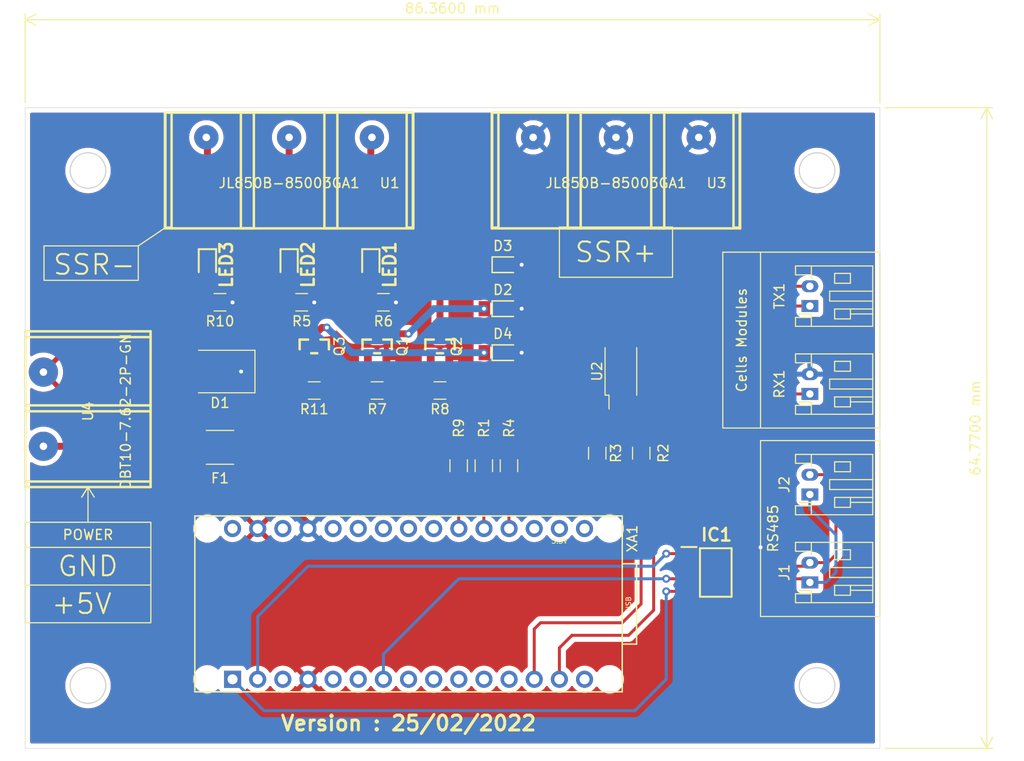
<source format=kicad_pcb>
(kicad_pcb (version 20211014) (generator pcbnew)
  (layers (0 "F.Cu" signal) (31 "B.Cu" signal) (34 "B.Paste" user) (35 "F.Paste" user) (36 "B.SilkS" user "B.Silkscreen") (37 "F.SilkS" user "F.Silkscreen") (38 "B.Mask" user) (39 "F.Mask" user) (44 "Edge.Cuts" user))
  (net 0 "")
  (net 1 "R1+")
  (net 2 "GND")
  (net 3 "R2-")
  (net 4 "R1-")
  (net 5 "R3-")
  (net 6 "Net-(F1-Pad2)")
  (net 7 "RS485_RX")
  (net 8 "RS485_EN")
  (net 9 "RS485_TX")
  (net 10 "Net-(IC1-Pad6)")
  (net 11 "Net-(IC1-Pad7)")
  (net 12 "Net-(LED1-Pad2)")
  (net 13 "Net-(LED2-Pad2)")
  (net 14 "Net-(LED3-Pad2)")
  (net 15 "Net-(Q1-Pad1)")
  (net 16 "Net-(Q2-Pad1)")
  (net 17 "Net-(Q3-Pad1)")
  (net 18 "Relay2")
  (net 19 "Net-(R2-Pad2)")
  (net 20 "Net-(R3-Pad1)")
  (net 21 "Net-(R3-Pad2)")
  (net 22 "Relay1")
  (net 23 "Relay3")
  (net 24 "Net-(TX1-Pad1)")
  (net 25 "Net-(TX1-Pad2)")
  (footprint "ModuleV440:resistor" (layer "F.Cu") (at 198.12 85.725 90)
    (fp_text reference "R2" (at 0 2.25 90 unlocked) (layer "F.SilkS"))
    (fp_text value "2K2")
    (pad "1" smd rect (at 1.35 0.015 270) (size 1.5 1.3) (layers "F.Cu" "F.Paste" "F.Mask") (net 2 "GND"))
    (pad "2" smd rect (at -1.35 0.015 270) (size 1.5 1.3) (layers "F.Cu" "F.Paste" "F.Mask") (net 19 "Net-(R2-Pad2)"))
  )
  (footprint "ModuleV440:resistor" (layer "F.Cu") (at 165.1 79.375)
    (fp_text reference "R11" (at 0 1.905 unlocked) (layer "F.SilkS"))
    (fp_text value "10K")
    (pad "1" smd rect (at 1.35 0.015 180) (size 1.5 1.3) (layers "F.Cu" "F.Paste" "F.Mask") (net 2 "GND"))
    (pad "2" smd rect (at -1.35 0.015 180) (size 1.5 1.3) (layers "F.Cu" "F.Paste" "F.Mask") (net 17 "Net-(Q3-Pad1)"))
  )
  (footprint "librarie2:LL4148" (layer "F.Cu") (at 184.15 71.12)
    (fp_text reference "D2" (at 0 -1.905) (layer "F.SilkS"))
    (fp_text value "LL4148")
    (pad "1" smd rect (at 1.8625 0) (size 1.16635 1.54135) (layers "F.Cu" "F.Paste" "F.Mask") (net 1 "R1+"))
    (pad "2" smd rect (at -1.8625 0) (size 1.16635 1.54135) (layers "F.Cu" "F.Paste" "F.Mask") (net 3 "R2-"))
  )
  (footprint "librarie:JL850B-85003GA1" (layer "F.Cu") (at 195.58 53.798625)
    (fp_text reference "U3" (at 10.16 4.621375) (layer "F.SilkS"))
    (fp_text value "JL850B-85003GA1" (at 0 4.621375) (layer "F.SilkS"))
    (pad "1" thru_hole circle locked (at -8.365 0) (size 2.460625 2.460625) (drill 0.762) (layers *.Cu *.Mask) (net 1 "R1+"))
    (pad "2" thru_hole circle locked (at 0 0) (size 2.460625 2.460625) (drill 0.762) (layers *.Cu *.Mask) (net 1 "R1+"))
    (pad "3" thru_hole circle locked (at 8.3675 0) (size 2.460625 2.460625) (drill 0.762) (layers *.Cu *.Mask) (net 1 "R1+"))
  )
  (footprint "ModuleV440:resistor" (layer "F.Cu") (at 184.785 86.995 -90)
    (fp_text reference "R4" (at -3.81 0 90 unlocked) (layer "F.SilkS"))
    (fp_text value "220R")
    (pad "1" smd rect (at 1.35 0.015 90) (size 1.5 1.3) (layers "F.Cu" "F.Paste" "F.Mask") (net 22 "Relay1"))
    (pad "2" smd rect (at -1.35 0.015 90) (size 1.5 1.3) (layers "F.Cu" "F.Paste" "F.Mask") (net 16 "Net-(Q2-Pad1)"))
  )
  (footprint "ModuleV440:resistor" (layer "F.Cu") (at 155.575 70.485 180)
    (fp_text reference "R10" (at 0 -1.905 unlocked) (layer "F.SilkS"))
    (fp_text value "560")
    (pad "1" smd rect (at 1.35 0.015) (size 1.5 1.3) (layers "F.Cu" "F.Paste" "F.Mask") (net 14 "Net-(LED3-Pad2)"))
    (pad "2" smd rect (at -1.35 0.015) (size 1.5 1.3) (layers "F.Cu" "F.Paste" "F.Mask") (net 1 "R1+"))
  )
  (footprint "librarie2:19-213_Y2C-CQ2R2L_3T(CY)" (layer "F.Cu") (at 162.56 66.675 -90)
    (fp_text reference "LED2" (at 0 -1.905 90) (layer "F.SilkS") (effects (font (size 1.27 1.27) (thickness 0.254))))
    (fp_text value "19-213_Y2C-CQ2R2L_3T_CY_" hide)
    (pad "1" smd rect (at -0.75 0) (size 0.95 1.05) (layers "F.Cu" "F.Paste" "F.Mask") (net 3 "R2-"))
    (pad "2" smd rect (at 0.75 0) (size 0.95 1.05) (layers "F.Cu" "F.Paste" "F.Mask") (net 13 "Net-(LED2-Pad2)"))
  )
  (footprint "ModuleV440:resistor" (layer "F.Cu") (at 177.8 79.375)
    (fp_text reference "R8" (at 0 1.905 unlocked) (layer "F.SilkS"))
    (fp_text value "10K")
    (pad "1" smd rect (at 1.35 0.015 180) (size 1.5 1.3) (layers "F.Cu" "F.Paste" "F.Mask") (net 2 "GND"))
    (pad "2" smd rect (at -1.35 0.015 180) (size 1.5 1.3) (layers "F.Cu" "F.Paste" "F.Mask") (net 16 "Net-(Q2-Pad1)"))
  )
  (footprint "ModuleV440:resistor" (layer "F.Cu") (at 163.83 70.485 180)
    (fp_text reference "R5" (at 0 -1.905 unlocked) (layer "F.SilkS"))
    (fp_text value "560")
    (pad "1" smd rect (at 1.35 0.015) (size 1.5 1.3) (layers "F.Cu" "F.Paste" "F.Mask") (net 13 "Net-(LED2-Pad2)"))
    (pad "2" smd rect (at -1.35 0.015) (size 1.5 1.3) (layers "F.Cu" "F.Paste" "F.Mask") (net 1 "R1+"))
  )
  (footprint "ModuleV440:resistor" (layer "F.Cu") (at 171.45 79.375)
    (fp_text reference "R7" (at 0 1.905 unlocked) (layer "F.SilkS"))
    (fp_text value "10K")
    (pad "1" smd rect (at 1.35 0.015 180) (size 1.5 1.3) (layers "F.Cu" "F.Paste" "F.Mask") (net 2 "GND"))
    (pad "2" smd rect (at -1.35 0.015 180) (size 1.5 1.3) (layers "F.Cu" "F.Paste" "F.Mask") (net 15 "Net-(Q1-Pad1)"))
  )
  (footprint "ModuleV440:resistor" (layer "F.Cu") (at 179.705 86.995 -90)
    (fp_text reference "R9" (at -3.81 0 90 unlocked) (layer "F.SilkS"))
    (fp_text value "220R")
    (pad "1" smd rect (at 1.35 0.015 90) (size 1.5 1.3) (layers "F.Cu" "F.Paste" "F.Mask") (net 23 "Relay3"))
    (pad "2" smd rect (at -1.35 0.015 90) (size 1.5 1.3) (layers "F.Cu" "F.Paste" "F.Mask") (net 17 "Net-(Q3-Pad1)"))
  )
  (footprint "ModuleV440:jst" (layer "F.Cu") (at 217.17 88.9 90)
    (fp_text reference "J2" (at 0 -4.572 90 unlocked) (layer "F.SilkS"))
    (fp_text value "Transmit")
    (pad "1" thru_hole rect (at -1 -2 90) (size 1.2 1.7) (drill 0.75) (layers *.Cu *.Mask) (net 10 "Net-(IC1-Pad6)"))
    (pad "2" thru_hole oval (at 1 -2 90) (size 1.2 1.7) (drill 0.75) (layers *.Cu *.Mask) (net 11 "Net-(IC1-Pad7)"))
  )
  (footprint "librarie:JL850B-85003GA1" (layer "F.Cu") (at 162.56 53.798625)
    (fp_text reference "U1" (at 10.16 4.621375) (layer "F.SilkS"))
    (fp_text value "JL850B-85003GA1" (at 0 4.621375) (layer "F.SilkS"))
    (pad "1" thru_hole circle (at -8.365 0) (size 2.460625 2.460625) (drill 0.762) (layers *.Cu *.Mask) (net 5 "R3-"))
    (pad "2" thru_hole circle (at 0 0) (size 2.460625 2.460625) (drill 0.762) (layers *.Cu *.Mask) (net 3 "R2-"))
    (pad "3" thru_hole circle (at 8.3675 0) (size 2.460625 2.460625) (drill 0.762) (layers *.Cu *.Mask) (net 4 "R1-"))
  )
  (footprint "librarie2:LL4148" (layer "F.Cu") (at 184.15 66.675)
    (fp_text reference "D3" (at 0 -1.905) (layer "F.SilkS"))
    (fp_text value "LL4148")
    (pad "1" smd rect (at 1.8625 0) (size 1.16635 1.54135) (layers "F.Cu" "F.Paste" "F.Mask") (net 1 "R1+"))
    (pad "2" smd rect (at -1.8625 0) (size 1.16635 1.54135) (layers "F.Cu" "F.Paste" "F.Mask") (net 4 "R1-"))
  )
  (footprint "ModuleV440:jst" (layer "F.Cu") (at 217.17 69.85 90)
    (fp_text reference "TX1" (at 0 -5.08 90 unlocked) (layer "F.SilkS"))
    (fp_text value "Transmit")
    (pad "1" thru_hole rect (at -1 -2 90) (size 1.2 1.7) (drill 0.75) (layers *.Cu *.Mask) (net 24 "Net-(TX1-Pad1)"))
    (pad "2" thru_hole oval (at 1 -2 90) (size 1.2 1.7) (drill 0.75) (layers *.Cu *.Mask) (net 25 "Net-(TX1-Pad2)"))
  )
  (footprint "ModuleV440:fuse" (layer "F.Cu") (at 155.575 85.09)
    (fp_text reference "F1" (at 0 3.175 unlocked) (layer "F.SilkS"))
    (fp_text value "mSMD150" hide)
    (pad "1" smd roundrect (at 2.1375 0.045 180) (size 1.125 3.4) (layers "F.Cu" "F.Paste" "F.Mask") (roundrect_rratio 0.2222222222) (net 1 "R1+"))
    (pad "2" smd roundrect (at -2.1375 0.045 180) (size 1.125 3.4) (layers "F.Cu" "F.Paste" "F.Mask") (roundrect_rratio 0.2222222222) (net 6 "Net-(F1-Pad2)"))
  )
  (footprint "librarie:SN75176BDR" (layer "F.Cu") (at 205.74 97.79)
    (fp_text reference "IC1" (at 0 -3.81) (layer "F.SilkS") (effects (font (size 1.27 1.27) (thickness 0.254))))
    (fp_text value "SN75176BDR" hide)
    (pad "1" smd rect (at -2.785 -1.905 90) (size 0.65 1.528) (layers "F.Cu" "F.Paste" "F.Mask") (net 7 "RS485_RX"))
    (pad "2" smd rect (at -2.785 -0.635 90) (size 0.65 1.528) (layers "F.Cu" "F.Paste" "F.Mask") (net 8 "RS485_EN"))
    (pad "3" smd rect (at -2.785 0.635 90) (size 0.65 1.528) (layers "F.Cu" "F.Paste" "F.Mask") (net 8 "RS485_EN"))
    (pad "4" smd rect (at -2.785 1.905 90) (size 0.65 1.528) (layers "F.Cu" "F.Paste" "F.Mask") (net 9 "RS485_TX"))
    (pad "5" smd rect (at 2.637 1.905 90) (size 0.65 1.528) (layers "F.Cu" "F.Paste" "F.Mask") (net 2 "GND"))
    (pad "6" smd rect (at 2.637 0.635 90) (size 0.65 1.528) (layers "F.Cu" "F.Paste" "F.Mask") (net 10 "Net-(IC1-Pad6)"))
    (pad "7" smd rect (at 2.637 -0.635 90) (size 0.65 1.528) (layers "F.Cu" "F.Paste" "F.Mask") (net 11 "Net-(IC1-Pad7)"))
    (pad "8" smd rect (at 2.637 -1.905 90) (size 0.65 1.528) (layers "F.Cu" "F.Paste" "F.Mask") (net 1 "R1+"))
  )
  (footprint "librarie2:19-213_Y2C-CQ2R2L_3T(CY)" (layer "F.Cu") (at 170.815 66.675 -90)
    (fp_text reference "LED1" (at 0 -1.905 90) (layer "F.SilkS") (effects (font (size 1.27 1.27) (thickness 0.254))))
    (fp_text value "19-213_Y2C-CQ2R2L_3T_CY_" hide)
    (pad "1" smd rect (at -0.75 0) (size 0.95 1.05) (layers "F.Cu" "F.Paste" "F.Mask") (net 4 "R1-"))
    (pad "2" smd rect (at 0.75 0) (size 0.95 1.05) (layers "F.Cu" "F.Paste" "F.Mask") (net 12 "Net-(LED1-Pad2)"))
  )
  (footprint "ModuleV440:diodeSMB" (layer "F.Cu") (at 155.575 77.47)
    (fp_text reference "D1" (at 0 3.175 unlocked) (layer "F.SilkS"))
    (fp_text value "SMBJ5.0A" hide)
    (pad "1" smd rect (at 2.13556 0.00102 180) (size 2.5 2.3) (layers "F.Cu" "F.Paste" "F.Mask") (net 1 "R1+"))
    (pad "2" smd rect (at -2.16444 0.00102 180) (size 2.5 2.3) (layers "F.Cu" "F.Paste" "F.Mask") (net 2 "GND"))
  )
  (footprint "ModuleV440:resistor" (layer "F.Cu") (at 182.245 86.995 -90)
    (fp_text reference "R1" (at -3.81 0 90 unlocked) (layer "F.SilkS"))
    (fp_text value "220R" hide)
    (pad "1" smd rect (at 1.35 0.015 90) (size 1.5 1.3) (layers "F.Cu" "F.Paste" "F.Mask") (net 18 "Relay2"))
    (pad "2" smd rect (at -1.35 0.015 90) (size 1.5 1.3) (layers "F.Cu" "F.Paste" "F.Mask") (net 15 "Net-(Q1-Pad1)"))
  )
  (footprint "ModuleV440:jst" (layer "F.Cu") (at 217.17 78.74 90)
    (fp_text reference "RX1" (at 0 -5.08 90 unlocked) (layer "F.SilkS"))
    (fp_text value "Receive")
    (pad "1" thru_hole rect (at -1 -2 90) (size 1.2 1.7) (drill 0.75) (layers *.Cu *.Mask) (net 19 "Net-(R2-Pad2)"))
    (pad "2" thru_hole oval (at 1 -2 90) (size 1.2 1.7) (drill 0.75) (layers *.Cu *.Mask) (net 1 "R1+"))
  )
  (footprint "ModuleV440:resistor" (layer "F.Cu") (at 172.085 70.485 180)
    (fp_text reference "R6" (at 0 -1.905 unlocked) (layer "F.SilkS"))
    (fp_text value "560")
    (pad "1" smd rect (at 1.35 0.015) (size 1.5 1.3) (layers "F.Cu" "F.Paste" "F.Mask") (net 12 "Net-(LED1-Pad2)"))
    (pad "2" smd rect (at -1.35 0.015) (size 1.5 1.3) (layers "F.Cu" "F.Paste" "F.Mask") (net 1 "R1+"))
  )
  (footprint "ModuleV440:jst" (layer "F.Cu") (at 217.17 97.79 90)
    (fp_text reference "J1" (at 0 -4.572 90 unlocked) (layer "F.SilkS"))
    (fp_text value "Transmit")
    (pad "1" thru_hole rect (at -1 -2 90) (size 1.2 1.7) (drill 0.75) (layers *.Cu *.Mask) (net 10 "Net-(IC1-Pad6)"))
    (pad "2" thru_hole oval (at 1 -2 90) (size 1.2 1.7) (drill 0.75) (layers *.Cu *.Mask) (net 11 "Net-(IC1-Pad7)"))
  )
  (footprint "librarie:DBT10-7.62-2P-GN" (layer "F.Cu") (at 137.737 81.28 90)
    (fp_text reference "U4" (at -0.2115 4.503 90) (layer "F.SilkS"))
    (fp_text value "DBT10-7.62-2P-GN" (at -0.2115 8.313 90) (layer "F.SilkS"))
    (pad "1" thru_hole circle locked (at -3.75 0 90) (size 2.95275 2.95275) (drill 0.762) (layers *.Cu *.Mask) (net 6 "Net-(F1-Pad2)"))
    (pad "2" thru_hole circle locked (at 3.75 0 90) (size 2.95275 2.95275) (drill 0.762) (layers *.Cu *.Mask) (net 2 "GND"))
  )
  (footprint "librarie2:AO3400A" (layer "F.Cu") (at 171.45 74.93 -90)
    (fp_text reference "Q1" (at 0 -2.54 90) (layer "F.SilkS"))
    (fp_text value "AO3400A")
    (pad "1" smd rect locked (at 1.1311 0.93495 270) (size 0.98425 0.7874) (layers "F.Cu" "F.Paste" "F.Mask") (net 15 "Net-(Q1-Pad1)"))
    (pad "2" smd rect locked (at 1.1311 -0.93505 270) (size 0.98425 0.7874) (layers "F.Cu" "F.Paste" "F.Mask") (net 2 "GND"))
    (pad "3" smd rect locked (at -1.1314 -0.00005 270) (size 0.98425 0.7874) (layers "F.Cu" "F.Paste" "F.Mask") (net 3 "R2-"))
  )
  (footprint "ModuleV440:resistor" (layer "F.Cu") (at 193.675 85.725 90)
    (fp_text reference "R3" (at 0 1.905 90 unlocked) (layer "F.SilkS"))
    (fp_text value "220R")
    (pad "1" smd rect (at 1.35 0.015 270) (size 1.5 1.3) (layers "F.Cu" "F.Paste" "F.Mask") (net 20 "Net-(R3-Pad1)"))
    (pad "2" smd rect (at -1.35 0.015 270) (size 1.5 1.3) (layers "F.Cu" "F.Paste" "F.Mask") (net 21 "Net-(R3-Pad2)"))
  )
  (footprint "arduino_nano:arduino_nano" (layer "F.Cu") (at 196.215 100.965 90)
    (fp_text reference "XA1" (at 6.604 1.016 90) (layer "F.SilkS"))
    (fp_text value "Arduino_Nano_Socket")
    (fp_text user "3.3V" (at 6.35 -6.35) (layer "F.SilkS") (effects (font (size 0.5 0.5) (thickness 0.075))))
    (fp_text user "USB" (at 0 0.635 90) (layer "F.SilkS") (effects (font (size 0.5 0.5) (thickness 0.075))))
    (pad "" np_thru_hole circle locked (at -7.62 -41.91 90) (size 1.85 1.85) (drill 1.85) (layers *.Cu *.Mask))
    (pad "" np_thru_hole circle locked (at 7.62 -1.27 90) (size 1.85 1.85) (drill 1.85) (layers *.Cu *.Mask))
    (pad "" np_thru_hole circle locked (at 7.62 -41.91 90) (size 1.85 1.85) (drill 1.85) (layers *.Cu *.Mask))
    (pad "" np_thru_hole circle locked (at -7.62 -1.27 90) (size 1.85 1.85) (drill 1.85) (layers *.Cu *.Mask))
    (pad "3V3" thru_hole circle locked (at 7.62 -6.35 90) (size 1.7272 1.7272) (drill 1.016) (layers *.Cu *.Mask))
    (pad "5V" thru_hole circle locked (at 7.62 -31.75 90) (size 1.7272 1.7272) (drill 1.016) (layers *.Cu *.Mask) (net 1 "R1+"))
    (pad "A0" thru_hole circle locked (at 7.62 -11.43 90) (size 1.7272 1.7272) (drill 1.016) (layers *.Cu *.Mask) (net 22 "Relay1"))
    (pad "A1" thru_hole circle locked (at 7.62 -13.97 90) (size 1.7272 1.7272) (drill 1.016) (layers *.Cu *.Mask) (net 18 "Relay2"))
    (pad "A2" thru_hole circle locked (at 7.62 -16.51 90) (size 1.7272 1.7272) (drill 1.016) (layers *.Cu *.Mask) (net 23 "Relay3"))
    (pad "A3" thru_hole circle locked (at 7.62 -19.05 90) (size 1.7272 1.7272) (drill 1.016) (layers *.Cu *.Mask))
    (pad "A4" thru_hole circle locked (at 7.62 -21.59 90) (size 1.7272 1.7272) (drill 1.016) (layers *.Cu *.Mask))
    (pad "A5" thru_hole circle locked (at 7.62 -24.13 90) (size 1.7272 1.7272) (drill 1.016) (layers *.Cu *.Mask))
    (pad "A6" thru_hole circle locked (at 7.62 -26.67 90) (size 1.7272 1.7272) (drill 1.016) (layers *.Cu *.Mask))
    (pad "A7" thru_hole circle locked (at 7.62 -29.21 90) (size 1.7272 1.7272) (drill 1.016) (layers *.Cu *.Mask))
    (pad "AREF" thru_hole circle locked (at 7.62 -8.89 90) (size 1.7272 1.7272) (drill 1.016) (layers *.Cu *.Mask))
    (pad "D0" thru_hole circle locked (at -7.62 -36.83 90) (size 1.7272 1.7272) (drill 1.016) (layers *.Cu *.Mask) (net 7 "RS485_RX"))
    (pad "D1" thru_hole rect locked (at -7.62 -39.37 90) (size 1.7272 1.7272) (drill 1.016) (layers *.Cu *.Mask) (net 9 "RS485_TX"))
    (pad "D2" thru_hole circle locked (at -7.62 -29.21 90) (size 1.7272 1.7272) (drill 1.016) (layers *.Cu *.Mask))
    (pad "D3" thru_hole circle locked (at -7.62 -26.67 90) (size 1.7272 1.7272) (drill 1.016) (layers *.Cu *.Mask))
    (pad "D4" thru_hole circle locked (at -7.62 -24.13 90) (size 1.7272 1.7272) (drill 1.016) (layers *.Cu *.Mask) (net 8 "RS485_EN"))
    (pad "D5" thru_hole circle locked (at -7.62 -21.59 90) (size 1.7272 1.7272) (drill 1.016) (layers *.Cu *.Mask))
    (pad "D6" thru_hole circle locked (at -7.62 -19.05 90) (size 1.7272 1.7272) (drill 1.016) (layers *.Cu *.Mask))
    (pad "D7" thru_hole circle locked (at -7.62 -16.51 90) (size 1.7272 1.7272) (drill 1.016) (layers *.Cu *.Mask))
    (pad "D8" thru_hole circle locked (at -7.62 -13.97 90) (size 1.7272 1.7272) (drill 1.016) (layers *.Cu *.Mask))
    (pad "D9" thru_hole circle locked (at -7.62 -11.43 90) (size 1.7272 1.7272) (drill 1.016) (layers *.Cu *.Mask))
    (pad "D10" thru_hole circle locked (at -7.62 -8.89 90) (size 1.7272 1.7272) (drill 1.016) (layers *.Cu *.Mask) (net 21 "Net-(R3-Pad2)"))
    (pad "D11" thru_hole circle locked (at -7.62 -6.35 90) (size 1.7272 1.7272) (drill 1.016) (layers *.Cu *.Mask) (net 19 "Net-(R2-Pad2)"))
    (pad "D12" thru_hole circle locked (at -7.62 -3.81 90) (size 1.7272 1.7272) (drill 1.016) (layers *.Cu *.Mask))
    (pad "D13" thru_hole circle locked (at 7.62 -3.81 90) (size 1.7272 1.7272) (drill 1.016) (layers *.Cu *.Mask))
    (pad "GND1" thru_hole circle locked (at -7.62 -31.75 90) (size 1.7272 1.7272) (drill 1.016) (layers *.Cu *.Mask) (net 2 "GND"))
    (pad "GND2" thru_hole circle locked (at 7.62 -36.83 90) (size 1.7272 1.7272) (drill 1.016) (layers *.Cu *.Mask) (net 2 "GND"))
    (pad "RST1" thru_hole circle locked (at -7.62 -34.29 90) (size 1.7272 1.7272) (drill 1.016) (layers *.Cu *.Mask))
    (pad "RST2" thru_hole circle locked (at 7.62 -34.29 90) (size 1.7272 1.7272) (drill 1.016) (layers *.Cu *.Mask))
    (pad "VIN" thru_hole circle locked (at 7.62 -39.37 90) (size 1.7272 1.7272) (drill 1.016) (layers *.Cu *.Mask))
  )
  (footprint "librarie2:AO3400A" (layer "F.Cu") (at 165.1 74.93 -90)
    (fp_text reference "Q3" (at 0 -2.54 90) (layer "F.SilkS"))
    (fp_text value "AO3400A" hide)
    (pad "1" smd rect locked (at 1.1311 0.93495 270) (size 0.98425 0.7874) (layers "F.Cu" "F.Paste" "F.Mask") (net 17 "Net-(Q3-Pad1)"))
    (pad "2" smd rect locked (at 1.1311 -0.93505 270) (size 0.98425 0.7874) (layers "F.Cu" "F.Paste" "F.Mask") (net 2 "GND"))
    (pad "3" smd rect locked (at -1.1314 -0.00005 270) (size 0.98425 0.7874) (layers "F.Cu" "F.Paste" "F.Mask") (net 5 "R3-"))
  )
  (footprint "librarie2:LL4148" (layer "F.Cu") (at 184.15 75.565)
    (fp_text reference "D4" (at 0 -1.905) (layer "F.SilkS"))
    (fp_text value "LL4148")
    (pad "1" smd rect (at 1.8625 0) (size 1.16635 1.54135) (layers "F.Cu" "F.Paste" "F.Mask") (net 1 "R1+"))
    (pad "2" smd rect (at -1.8625 0) (size 1.16635 1.54135) (layers "F.Cu" "F.Paste" "F.Mask") (net 5 "R3-"))
  )
  (footprint "librarie2:19-213_Y2C-CQ2R2L_3T(CY)" (layer "F.Cu") (at 154.305 66.675 -90)
    (fp_text reference "LED3" (at 0 -1.905 90) (layer "F.SilkS") (effects (font (size 1.27 1.27) (thickness 0.254))))
    (fp_text value "19-213_Y2C-CQ2R2L_3T_CY_" hide)
    (pad "1" smd rect (at -0.75 0) (size 0.95 1.05) (layers "F.Cu" "F.Paste" "F.Mask") (net 5 "R3-"))
    (pad "2" smd rect (at 0.75 0) (size 0.95 1.05) (layers "F.Cu" "F.Paste" "F.Mask") (net 14 "Net-(LED3-Pad2)"))
  )
  (footprint "ModuleV440:opto" (layer "F.Cu") (at 196.2075 77.46 90)
    (fp_text reference "U2" (at 0 -2.54 90 unlocked) (layer "F.SilkS"))
    (fp_text value "EL3H7(B)(TA)-G")
    (pad "1" smd rect (at -3.15 -0.78 90) (size 1.3 0.8) (layers "F.Cu" "F.Paste" "F.Mask") (net 20 "Net-(R3-Pad1)"))
    (pad "2" smd rect (at -3.15 0.5 90) (size 1.3 0.8) (layers "F.Cu" "F.Paste" "F.Mask") (net 2 "GND"))
    (pad "3" smd rect (at 3.15 0.5 90) (size 1.3 0.8) (layers "F.Cu" "F.Paste" "F.Mask") (net 24 "Net-(TX1-Pad1)"))
    (pad "4" smd rect (at 3.15 -0.78 90) (size 1.3 0.8) (layers "F.Cu" "F.Paste" "F.Mask") (net 25 "Net-(TX1-Pad2)"))
  )
  (footprint "librarie2:AO3400A" (layer "F.Cu") (at 177.8 74.93 -90)
    (fp_text reference "Q2" (at 0 -1.68 90) (layer "F.SilkS"))
    (fp_text value "AO3400A")
    (pad "1" smd rect locked (at 1.1311 0.93495 270) (size 0.98425 0.7874) (layers "F.Cu" "F.Paste" "F.Mask") (net 16 "Net-(Q2-Pad1)"))
    (pad "2" smd rect locked (at 1.1311 -0.93505 270) (size 0.98425 0.7874) (layers "F.Cu" "F.Paste" "F.Mask") (net 2 "GND"))
    (pad "3" smd rect locked (at -1.1314 -0.00005 270) (size 0.98425 0.7874) (layers "F.Cu" "F.Paste" "F.Mask") (net 4 "R1-"))
  )
  (gr_line (start 148.59 95.25) (end 135.89 95.25) (layer "F.SilkS") (width 0.12))
  (gr_line (start 210.185 65.405) (end 210.185 83.185) (layer "F.SilkS") (width 0.12))
  (gr_rect (start 222.25 84.455) (end 210.185 102.235) (layer "F.SilkS") (width 0.12) (fill none))
  (gr_rect (start 222.25 65.405) (end 206.375 83.185) (layer "F.SilkS") (width 0.12) (fill none))
  (gr_line (start 142.24 89.154) (end 142.24 92.71) (layer "F.SilkS") (width 0.12))
  (gr_line (start 142.24 89.154) (end 142.875 90.17) (layer "F.SilkS") (width 0.12))
  (gr_line (start 142.24 89.154) (end 141.605 90.17) (layer "F.SilkS") (width 0.12))
  (gr_line (start 148.59 99.06) (end 135.89 99.06) (layer "F.SilkS") (width 0.12))
  (gr_rect (start 137.795 64.77) (end 147.32 68.25) (layer "F.SilkS") (width 0.12) (fill none))
  (gr_line (start 147.32 64.77) (end 150.06 62.923625) (layer "F.SilkS") (width 0.12))
  (gr_line (start 141.605 90.17) (end 142.24 89.154) (layer "F.SilkS") (width 0.12))
  (gr_rect (start 135.89 92.71) (end 148.59 102.87) (layer "F.SilkS") (width 0.12) (fill none))
  (gr_rect (start 189.865 62.865) (end 201.295 67.945) (layer "F.SilkS") (width 0.12) (fill none))
  (gr_circle (center 142.24 57.15) (end 144.036051 57.15) (layer "Edge.Cuts") (width 0.12) (fill none))
  (gr_rect (start 135.89 50.8) (end 222.25 115.57) (layer "Edge.Cuts") (width 0.05) (fill none))
  (gr_circle (center 215.9 109.22) (end 217.696051 109.22) (layer "Edge.Cuts") (width 0.12) (fill none))
  (gr_circle (center 142.24 109.22) (end 144.036051 109.22) (layer "Edge.Cuts") (width 0.12) (fill none))
  (gr_circle (center 215.9 57.15) (end 217.696051 57.15) (layer "Edge.Cuts") (width 0.12) (fill none))
  (gr_text "POWER" (at 142.24 93.98) (layer "F.SilkS") (effects (font (size 1 1))))
  (gr_text "SSR+" (at 195.58 65.405) (layer "F.SilkS") (effects (font (size 2 2) (thickness 0.2))))
  (gr_text "Version : 25/02/2022" (at 174.625 113.03) (layer "F.SilkS") (effects (font (size 1.5 1.5) (thickness 0.3))))
  (gr_text "+5V" (at 141.605 100.965) (layer "F.SilkS") (effects (font (size 2 2) (thickness 0.2))))
  (gr_text "Cells Modules" (at 208.28 74.295 90) (layer "F.SilkS") (effects (font (size 1 1))))
  (gr_text "GND" (at 142.24 97.155) (layer "F.SilkS") (effects (font (size 2 2) (thickness 0.2))))
  (gr_text "RS485" (at 211.455 93.345 90) (layer "F.SilkS") (effects (font (size 1 1))))
  (gr_text "SSR-\n" (at 142.875 66.675) (layer "F.SilkS") (effects (font (size 2 2) (thickness 0.2))))
  (dimension (type aligned) (layer "F.SilkS") (pts (xy 135.89 50.8) (xy 222.25 50.8)) (height -8.89) (gr_text "86,3600 mm" (at 179.07 40.76) (layer "F.SilkS") (effects (font (size 1 1) (thickness 0.15)))) (format (units 3) (units_format 1) (precision 4)) (style (thickness 0.12) (arrow_length 1.27) (text_position_mode 0) (extension_height 0.58642) (extension_offset 0.5) keep_text_aligned))
  (dimension (type aligned) (layer "F.SilkS") (pts (xy 222.25 50.8) (xy 222.25 115.57)) (height -10.795) (gr_text "64,7700 mm" (at 231.895 83.185 90) (layer "F.SilkS") (effects (font (size 1 1) (thickness 0.15)))) (format (units 3) (units_format 1) (precision 4)) (style (thickness 0.12) (arrow_length 1.27) (text_position_mode 0) (extension_height 0.58642) (extension_offset 0.5) keep_text_aligned))
  (segment (start 164.973 93.345) (end 157.7125 86.0845) (width 0.7) (layer "F.Cu") (net 1))
  (segment (start 157.7125 86.0845) (end 157.7125 85.135) (width 0.7) (layer "F.Cu") (net 1))
  (segment (start 208.377 95.885) (end 209.55 95.885) (width 0.3) (layer "F.Cu") (net 1))
  (segment (start 157.71056 77.47102) (end 157.71056 85.13306) (width 0.7) (layer "F.Cu") (net 1))
  (segment (start 157.71056 85.13306) (end 157.7125 85.135) (width 0.7) (layer "F.Cu") (net 1))
  (segment (start 209.55 95.885) (end 210.185 95.25) (width 0.3) (layer "F.Cu") (net 1))
  (via (at 156.845 70.485) (size 0.8) (drill 0.4) (layers "F.Cu" "B.Cu") (net 1))
  (via (at 165.1 70.485) (size 0.8) (drill 0.4) (layers "F.Cu" "B.Cu") (net 1))
  (via (at 157.71056 77.47102) (size 0.8) (drill 0.4) (layers "F.Cu" "B.Cu") (net 1))
  (via (at 173.355 70.485) (size 0.8) (drill 0.4) (layers "F.Cu" "B.Cu") (net 1))
  (via (at 186.055 75.565) (size 0.8) (drill 0.4) (layers "F.Cu" "B.Cu") (net 1))
  (via (at 186.055 71.12) (size 0.8) (drill 0.4) (layers "F.Cu" "B.Cu") (net 1))
  (via (at 186.055 66.675) (size 0.8) (drill 0.4) (layers "F.Cu" "B.Cu") (net 1))
  (via (at 210.185 95.25) (size 0.8) (drill 0.4) (layers "F.Cu" "B.Cu") (net 1))
  (segment (start 162.56 65.925) (end 162.56 53.798625) (width 0.7) (layer "F.Cu") (net 3))
  (segment (start 167.64 66.675) (end 167.64 72.39) (width 0.7) (layer "F.Cu") (net 3))
  (segment (start 174.625 73.66) (end 171.58865 73.66) (width 0.7) (layer "F.Cu") (net 3))
  (segment (start 162.56 65.925) (end 166.89 65.925) (width 0.7) (layer "F.Cu") (net 3))
  (segment (start 171.58865 73.66) (end 171.45005 73.7986) (width 0.7) (layer "F.Cu") (net 3))
  (segment (start 167.64 72.39) (end 169.0486 73.7986) (width 0.7) (layer "F.Cu") (net 3))
  (segment (start 182.2875 71.12) (end 182.245 71.12) (width 0.7) (layer "F.Cu") (net 3))
  (segment (start 169.0486 73.7986) (end 171.45005 73.7986) (width 0.7) (layer "F.Cu") (net 3))
  (segment (start 166.89 65.925) (end 167.64 66.675) (width 0.7) (layer "F.Cu") (net 3))
  (via (at 182.245 71.12) (size 0.8) (drill 0.4) (layers "F.Cu" "B.Cu") (net 3))
  (via (at 174.625 73.66) (size 0.8) (drill 0.4) (layers "F.Cu" "B.Cu") (net 3))
  (segment (start 182.245 71.12) (end 177.165 71.12) (width 0.7) (layer "B.Cu") (net 3))
  (segment (start 177.165 71.12) (end 174.625 73.66) (width 0.7) (layer "B.Cu") (net 3))
  (segment (start 170.815 53.911125) (end 170.9275 53.798625) (width 0.7) (layer "F.Cu") (net 4))
  (segment (start 177.80005 67.94505) (end 177.80005 73.7986) (width 0.7) (layer "F.Cu") (net 4))
  (segment (start 170.815 65.925) (end 175.78 65.925) (width 0.7) (layer "F.Cu") (net 4))
  (segment (start 182.2875 66.675) (end 179.0701 66.675) (width 0.7) (layer "F.Cu") (net 4))
  (segment (start 179.0701 66.675) (end 177.80005 67.94505) (width 0.7) (layer "F.Cu") (net 4))
  (segment (start 170.815 65.925) (end 170.815 53.911125) (width 0.7) (layer "F.Cu") (net 4))
  (segment (start 175.78 65.925) (end 177.80005 67.94505) (width 0.7) (layer "F.Cu") (net 4))
  (segment (start 165.87365 73.025) (end 165.10005 73.7986) (width 0.7) (layer "F.Cu") (net 5))
  (segment (start 166.37 73.025) (end 165.87365 73.025) (width 0.7) (layer "F.Cu") (net 5))
  (segment (start 154.305 65.925) (end 154.305 53.908625) (width 0.7) (layer "F.Cu") (net 5))
  (segment (start 154.305 65.925) (end 158.635 65.925) (width 0.7) (layer "F.Cu") (net 5))
  (segment (start 161.4286 73.7986) (end 165.10005 73.7986) (width 0.7) (layer "F.Cu") (net 5))
  (segment (start 154.305 53.908625) (end 154.195 53.798625) (width 0.7) (layer "F.Cu") (net 5))
  (segment (start 158.635 65.925) (end 159.385 66.675) (width 0.7) (layer "F.Cu") (net 5))
  (segment (start 159.385 66.675) (end 159.385 71.755) (width 0.7) (layer "F.Cu") (net 5))
  (segment (start 182.2875 75.565) (end 182.245 75.565) (width 0.7) (layer "F.Cu") (net 5))
  (segment (start 159.385 71.755) (end 161.4286 73.7986) (width 0.7) (layer "F.Cu") (net 5))
  (via (at 182.245 75.565) (size 0.8) (drill 0.4) (layers "F.Cu" "B.Cu") (net 5))
  (via (at 166.37 73.025) (size 0.8) (drill 0.4) (layers "F.Cu" "B.Cu") (net 5))
  (segment (start 168.91 75.565) (end 166.37 73.025) (width 0.7) (layer "B.Cu") (net 5))
  (segment (start 182.245 75.565) (end 168.91 75.565) (width 0.7) (layer "B.Cu") (net 5))
  (segment (start 153.4375 85.135) (end 153.3325 85.03) (width 0.7) (layer "F.Cu") (net 6))
  (segment (start 153.3325 85.03) (end 137.737 85.03) (width 0.7) (layer "F.Cu") (net 6))
  (segment (start 202.955 95.885) (end 200.66 95.885) (width 0.3) (layer "F.Cu") (net 7))
  (via (at 200.66 95.885) (size 0.8) (drill 0.4) (layers "F.Cu" "B.Cu") (net 7))
  (segment (start 164.465 97.155) (end 159.385 102.235) (width 0.3) (layer "B.Cu") (net 7))
  (segment (start 159.385 102.235) (end 159.385 108.585) (width 0.3) (layer "B.Cu") (net 7))
  (segment (start 200.66 95.885) (end 199.39 97.155) (width 0.3) (layer "B.Cu") (net 7))
  (segment (start 199.39 97.155) (end 164.465 97.155) (width 0.3) (layer "B.Cu") (net 7))
  (segment (start 202.955 98.425) (end 201.295 98.425) (width 0.3) (layer "F.Cu") (net 8))
  (segment (start 201.295 98.425) (end 200.66 98.425) (width 0.3) (layer "F.Cu") (net 8))
  (segment (start 202.955 97.155) (end 202.955 98.425) (width 0.3) (layer "F.Cu") (net 8))
  (via (at 200.66 98.425) (size 0.8) (drill 0.4) (layers "F.Cu" "B.Cu") (net 8))
  (segment (start 200.66 98.425) (end 179.705 98.425) (width 0.3) (layer "B.Cu") (net 8))
  (segment (start 179.705 98.425) (end 172.085 106.045) (width 0.3) (layer "B.Cu") (net 8))
  (segment (start 172.085 106.045) (end 172.085 108.585) (width 0.3) (layer "B.Cu") (net 8))
  (segment (start 202.955 99.695) (end 200.66 99.695) (width 0.3) (layer "F.Cu") (net 9))
  (via (at 200.66 99.695) (size 0.8) (drill 0.4) (layers "F.Cu" "B.Cu") (net 9))
  (segment (start 160.02 111.76) (end 156.845 108.585) (width 0.3) (layer "B.Cu") (net 9))
  (segment (start 197.485 111.76) (end 160.02 111.76) (width 0.3) (layer "B.Cu") (net 9))
  (segment (start 200.66 108.585) (end 197.485 111.76) (width 0.3) (layer "B.Cu") (net 9))
  (segment (start 200.66 99.695) (end 200.66 108.585) (width 0.3) (layer "B.Cu") (net 9))
  (segment (start 214.805 98.425) (end 215.17 98.79) (width 0.3) (layer "F.Cu") (net 10))
  (segment (start 208.377 98.425) (end 214.805 98.425) (width 0.3) (layer "F.Cu") (net 10))
  (segment (start 215.17 91.345) (end 217.805 93.98) (width 0.3) (layer "B.Cu") (net 10))
  (segment (start 216.805 98.79) (end 215.17 98.79) (width 0.3) (layer "B.Cu") (net 10))
  (segment (start 215.17 89.9) (end 215.17 91.345) (width 0.3) (layer "B.Cu") (net 10))
  (segment (start 217.805 93.98) (end 217.805 97.79) (width 0.3) (layer "B.Cu") (net 10))
  (segment (start 217.805 97.79) (end 216.805 98.79) (width 0.3) (layer "B.Cu") (net 10))
  (segment (start 216.805 87.9) (end 217.805 88.9) (width 0.3) (layer "F.Cu") (net 11))
  (segment (start 217.805 88.9) (end 217.805 95.9725) (width 0.3) (layer "F.Cu") (net 11))
  (segment (start 215.17 87.9) (end 216.805 87.9) (width 0.3) (layer "F.Cu") (net 11))
  (segment (start 208.377 97.155) (end 214.805 97.155) (width 0.3) (layer "F.Cu") (net 11))
  (segment (start 216.9875 96.79) (end 215.17 96.79) (width 0.3) (layer "F.Cu") (net 11))
  (segment (start 214.805 97.155) (end 215.17 96.79) (width 0.3) (layer "F.Cu") (net 11))
  (segment (start 217.805 95.9725) (end 216.9875 96.79) (width 0.3) (layer "F.Cu") (net 11))
  (segment (start 170.815 70.39) (end 170.735 70.47) (width 0.3) (layer "F.Cu") (net 12))
  (segment (start 170.815 67.425) (end 170.815 70.39) (width 0.3) (layer "F.Cu") (net 12))
  (segment (start 162.56 67.425) (end 162.56 70.39) (width 0.3) (layer "F.Cu") (net 13))
  (segment (start 162.56 70.39) (end 162.48 70.47) (width 0.3) (layer "F.Cu") (net 13))
  (segment (start 154.305 67.425) (end 154.305 70.39) (width 0.3) (layer "F.Cu") (net 14))
  (segment (start 154.305 70.39) (end 154.225 70.47) (width 0.3) (layer "F.Cu") (net 14))
  (segment (start 170.1 79.39) (end 173.26 82.55) (width 0.3) (layer "F.Cu") (net 15))
  (segment (start 170.51505 76.0611) (end 170.51505 78.97495) (width 0.3) (layer "F.Cu") (net 15))
  (segment (start 180.975 82.55) (end 182.245 83.82) (width 0.3) (layer "F.Cu") (net 15))
  (segment (start 170.51505 78.97495) (end 170.1 79.39) (width 0.3) (layer "F.Cu") (net 15))
  (segment (start 182.23 83.835) (end 182.23 85.645) (width 0.3) (layer "F.Cu") (net 15))
  (segment (start 173.26 82.55) (end 180.975 82.55) (width 0.3) (layer "F.Cu") (net 15))
  (segment (start 182.245 83.82) (end 182.23 83.835) (width 0.3) (layer "F.Cu") (net 15))
  (segment (start 177.8 81.28) (end 183.515 81.28) (width 0.3) (layer "F.Cu") (net 16))
  (segment (start 176.45 79.93) (end 177.8 81.28) (width 0.3) (layer "F.Cu") (net 16))
  (segment (start 184.77 82.565) (end 184.77 85.645) (width 0.3) (layer "F.Cu") (net 16))
  (segment (start 176.45 79.39) (end 176.45 79.93) (width 0.3) (layer "F.Cu") (net 16))
  (segment (start 184.785 82.55) (end 184.77 82.565) (width 0.3) (layer "F.Cu") (net 16))
  (segment (start 183.515 81.28) (end 184.785 82.55) (width 0.3) (layer "F.Cu") (net 16))
  (segment (start 176.86505 78.97495) (end 176.45 79.39) (width 0.3) (layer "F.Cu") (net 16))
  (segment (start 176.86505 76.0611) (end 176.86505 78.97495) (width 0.3) (layer "F.Cu") (net 16))
  (segment (start 164.16505 76.0611) (end 164.16505 78.97495) (width 0.3) (layer "F.Cu") (net 17))
  (segment (start 164.16505 78.97495) (end 163.75 79.39) (width 0.3) (layer "F.Cu") (net 17))
  (segment (start 170.005 85.645) (end 179.69 85.645) (width 0.3) (layer "F.Cu") (net 17))
  (segment (start 163.75 79.39) (end 170.005 85.645) (width 0.3) (layer "F.Cu") (net 17))
  (segment (start 182.23 93.33) (end 182.245 93.345) (width 0.3) (layer "F.Cu") (net 18))
  (segment (start 182.23 88.345) (end 182.23 93.33) (width 0.3) (layer "F.Cu") (net 18))
  (segment (start 199.39 88.33) (end 199.39 101.6) (width 0.3) (layer "F.Cu") (net 19))
  (segment (start 199.3575 88.2975) (end 199.39 88.33) (width 0.3) (layer "F.Cu") (net 19))
  (segment (start 199.39 101.6) (end 196.85 104.14) (width 0.3) (layer "F.Cu") (net 19))
  (segment (start 191.135 104.14) (end 189.865 105.41) (width 0.3) (layer "F.Cu") (net 19))
  (segment (start 198.135 87.075) (end 199.3575 88.2975) (width 0.3) (layer "F.Cu") (net 19))
  (segment (start 207.915 79.74) (end 199.3575 88.2975) (width 0.3) (layer "F.Cu") (net 19))
  (segment (start 215.17 79.74) (end 207.915 79.74) (width 0.3) (layer "F.Cu") (net 19))
  (segment (start 189.865 105.41) (end 189.865 108.585) (width 0.3) (layer "F.Cu") (net 19))
  (segment (start 196.85 104.14) (end 191.135 104.14) (width 0.3) (layer "F.Cu") (net 19))
  (segment (start 195.4275 80.61) (end 195.4275 82.6375) (width 0.3) (layer "F.Cu") (net 20))
  (segment (start 195.4275 82.6375) (end 193.69 84.375) (width 0.3) (layer "F.Cu") (net 20))
  (segment (start 196.85 90.17) (end 198.12 91.44) (width 0.3) (layer "F.Cu") (net 21))
  (segment (start 193.69 87.075) (end 193.69 88.28) (width 0.3) (layer "F.Cu") (net 21))
  (segment (start 187.96 102.87) (end 187.325 103.505) (width 0.3) (layer "F.Cu") (net 21))
  (segment (start 195.58 90.17) (end 196.85 90.17) (width 0.3) (layer "F.Cu") (net 21))
  (segment (start 196.215 102.87) (end 187.96 102.87) (width 0.3) (layer "F.Cu") (net 21))
  (segment (start 187.325 103.505) (end 187.325 108.585) (width 0.3) (layer "F.Cu") (net 21))
  (segment (start 198.12 100.965) (end 196.215 102.87) (width 0.3) (layer "F.Cu") (net 21))
  (segment (start 198.12 91.44) (end 198.12 100.965) (width 0.3) (layer "F.Cu") (net 21))
  (segment (start 193.69 88.28) (end 195.58 90.17) (width 0.3) (layer "F.Cu") (net 21))
  (segment (start 184.77 88.345) (end 184.77 93.33) (width 0.3) (layer "F.Cu") (net 22))
  (segment (start 184.77 93.33) (end 184.785 93.345) (width 0.3) (layer "F.Cu") (net 22))
  (segment (start 179.69 88.345) (end 179.69 93.33) (width 0.3) (layer "F.Cu") (net 23))
  (segment (start 179.69 93.33) (end 179.705 93.345) (width 0.3) (layer "F.Cu") (net 23))
  (segment (start 196.7075 71.2625) (end 196.7075 74.31) (width 0.3) (layer "F.Cu") (net 24))
  (segment (start 197.12 70.85) (end 196.7075 71.2625) (width 0.3) (layer "F.Cu") (net 24))
  (segment (start 215.17 70.85) (end 197.12 70.85) (width 0.3) (layer "F.Cu") (net 24))
  (segment (start 215.17 68.85) (end 195.945 68.85) (width 0.3) (layer "F.Cu") (net 25))
  (segment (start 195.4275 69.3675) (end 195.4275 74.31) (width 0.3) (layer "F.Cu") (net 25))
  (segment (start 195.945 68.85) (end 195.4275 69.3675) (width 0.3) (layer "F.Cu") (net 25))
  (zone (net 2) (net_name "GND") (layer "F.Cu") (connect_pads (clearance 0.508)) (min_thickness 0.254) (fill yes (thermal_gap 0.508) (thermal_bridge_width 0.508))
    (polygon (pts (xy 223.52 116.84) (xy 133.35 116.84) (xy 133.35 48.26) (xy 223.52 48.26)))
  )
  (zone (net 1) (net_name "R1+") (layer "B.Cu") (connect_pads (clearance 0.508)) (min_thickness 0.254) (fill yes (thermal_gap 0.508) (thermal_bridge_width 0.508))
    (polygon (pts (xy 226.06 116.84) (xy 134.62 116.84) (xy 134.62 46.99) (xy 226.06 46.99)))
  )
)
</source>
